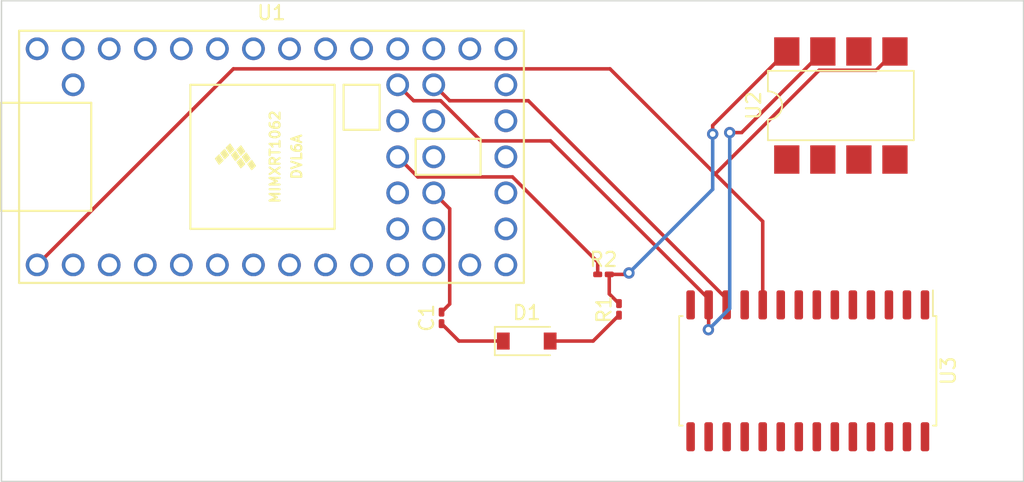
<source format=kicad_pcb>
(kicad_pcb (version 20211014) (generator pcbnew)
  (layers (0 "F.Cu" signal) (31 "B.Cu" signal) (34 "B.Paste" user) (35 "F.Paste" user) (36 "B.SilkS" user "B.Silkscreen") (37 "F.SilkS" user "F.Silkscreen") (38 "B.Mask" user) (39 "F.Mask" user) (44 "Edge.Cuts" user))
  (net 0 "")
  (net 1 "Net-(C1-Pad1)")
  (net 2 "Net-(C1-Pad2)")
  (net 3 "Net-(D1-Pad2)")
  (net 4 "Net-(R2-Pad1)")
  (net 38 "GND")
  (net 39 "Net-(U1-Pad35)")
  (net 40 "Net-(U1-Pad36)")
  (net 62 "+3V3")
  (net 63 "Net-(U2-Pad8)")
  (footprint "Package_SO:SOIC-28W_7.5x17.9mm_P1.27mm" (layer "F.Cu") (at 190.1 117.7 -90)
    (fp_text reference "U3" (at 0 -9.9 90) (layer "F.SilkS"))
    (fp_text value "MCP23017_SO")
    (fp_line (start -3.86 -9.06) (end -3.86 -8.815) (layer "F.SilkS") (width 0.12))
    (fp_line (start 3.86 -9.06) (end 3.86 -8.815) (layer "F.SilkS") (width 0.12))
    (fp_line (start 3.86 9.06) (end 3.86 8.815) (layer "F.SilkS") (width 0.12))
    (fp_line (start 0 -9.06) (end -3.86 -9.06) (layer "F.SilkS") (width 0.12))
    (fp_line (start 0 -9.06) (end 3.86 -9.06) (layer "F.SilkS") (width 0.12))
    (fp_line (start -3.86 9.06) (end -3.86 8.815) (layer "F.SilkS") (width 0.12))
    (fp_line (start 0 9.06) (end 3.86 9.06) (layer "F.SilkS") (width 0.12))
    (fp_line (start -3.86 -8.815) (end -5.675 -8.815) (layer "F.SilkS") (width 0.12))
    (fp_line (start 0 9.06) (end -3.86 9.06) (layer "F.SilkS") (width 0.12))
    (pad "1" smd roundrect (at -4.65 -8.255 270) (size 2.05 0.6) (layers "F.Cu" "F.Paste" "F.Mask"))
    (pad "2" smd roundrect (at -4.65 -6.985 270) (size 2.05 0.6) (layers "F.Cu" "F.Paste" "F.Mask"))
    (pad "3" smd roundrect (at -4.65 -5.715 270) (size 2.05 0.6) (layers "F.Cu" "F.Paste" "F.Mask"))
    (pad "4" smd roundrect (at -4.65 -4.445 270) (size 2.05 0.6) (layers "F.Cu" "F.Paste" "F.Mask"))
    (pad "5" smd roundrect (at -4.65 -3.175 270) (size 2.05 0.6) (layers "F.Cu" "F.Paste" "F.Mask"))
    (pad "6" smd roundrect (at -4.65 -1.905 270) (size 2.05 0.6) (layers "F.Cu" "F.Paste" "F.Mask"))
    (pad "7" smd roundrect (at -4.65 -0.635 270) (size 2.05 0.6) (layers "F.Cu" "F.Paste" "F.Mask"))
    (pad "8" smd roundrect (at -4.65 0.635 270) (size 2.05 0.6) (layers "F.Cu" "F.Paste" "F.Mask"))
    (pad "9" smd roundrect (at -4.65 1.905 270) (size 2.05 0.6) (layers "F.Cu" "F.Paste" "F.Mask") (net 62 "+3V3"))
    (pad "10" smd roundrect (at -4.65 3.175 270) (size 2.05 0.6) (layers "F.Cu" "F.Paste" "F.Mask") (net 38 "GND"))
    (pad "11" smd roundrect (at -4.65 4.445 270) (size 2.05 0.6) (layers "F.Cu" "F.Paste" "F.Mask"))
    (pad "12" smd roundrect (at -4.65 5.715 270) (size 2.05 0.6) (layers "F.Cu" "F.Paste" "F.Mask") (net 39 "Net-(U1-Pad35)"))
    (pad "13" smd roundrect (at -4.65 6.985 270) (size 2.05 0.6) (layers "F.Cu" "F.Paste" "F.Mask") (net 40 "Net-(U1-Pad36)"))
    (pad "14" smd roundrect (at -4.65 8.255 270) (size 2.05 0.6) (layers "F.Cu" "F.Paste" "F.Mask"))
    (pad "15" smd roundrect (at 4.65 8.255 270) (size 2.05 0.6) (layers "F.Cu" "F.Paste" "F.Mask"))
    (pad "16" smd roundrect (at 4.65 6.985 270) (size 2.05 0.6) (layers "F.Cu" "F.Paste" "F.Mask"))
    (pad "17" smd roundrect (at 4.65 5.715 270) (size 2.05 0.6) (layers "F.Cu" "F.Paste" "F.Mask"))
    (pad "18" smd roundrect (at 4.65 4.445 270) (size 2.05 0.6) (layers "F.Cu" "F.Paste" "F.Mask"))
    (pad "19" smd roundrect (at 4.65 3.175 270) (size 2.05 0.6) (layers "F.Cu" "F.Paste" "F.Mask"))
    (pad "20" smd roundrect (at 4.65 1.905 270) (size 2.05 0.6) (layers "F.Cu" "F.Paste" "F.Mask"))
    (pad "21" smd roundrect (at 4.65 0.635 270) (size 2.05 0.6) (layers "F.Cu" "F.Paste" "F.Mask"))
    (pad "22" smd roundrect (at 4.65 -0.635 270) (size 2.05 0.6) (layers "F.Cu" "F.Paste" "F.Mask"))
    (pad "23" smd roundrect (at 4.65 -1.905 270) (size 2.05 0.6) (layers "F.Cu" "F.Paste" "F.Mask"))
    (pad "24" smd roundrect (at 4.65 -3.175 270) (size 2.05 0.6) (layers "F.Cu" "F.Paste" "F.Mask"))
    (pad "25" smd roundrect (at 4.65 -4.445 270) (size 2.05 0.6) (layers "F.Cu" "F.Paste" "F.Mask"))
    (pad "26" smd roundrect (at 4.65 -5.715 270) (size 2.05 0.6) (layers "F.Cu" "F.Paste" "F.Mask"))
    (pad "27" smd roundrect (at 4.65 -6.985 270) (size 2.05 0.6) (layers "F.Cu" "F.Paste" "F.Mask"))
    (pad "28" smd roundrect (at 4.65 -8.255 270) (size 2.05 0.6) (layers "F.Cu" "F.Paste" "F.Mask"))
  )
  (footprint "teensy:Teensy40" (layer "F.Cu") (at 152.32 102.61)
    (fp_text reference "U1" (at 0 -10.16) (layer "F.SilkS"))
    (fp_text value "Teensy4.0")
    (fp_text user "DVL6A" (at 1.778 0 90) (layer "F.SilkS") (effects (font (size 0.7 0.7))))
    (fp_text user "MIMXRT1062" (at 0.254 0 90) (layer "F.SilkS") (effects (font (size 0.7 0.7))))
    (fp_line (start -12.7 3.81) (end -17.78 3.81) (layer "F.SilkS") (width 0.15))
    (fp_line (start 4.445 -5.08) (end -5.715 -5.08) (layer "F.SilkS") (width 0.15))
    (fp_line (start 14.732 1.27) (end 10.16 1.27) (layer "F.SilkS") (width 0.15))
    (fp_line (start 7.62 -1.905) (end 5.08 -1.905) (layer "F.SilkS") (width 0.15))
    (fp_line (start -17.78 8.89) (end -17.78 -8.89) (layer "F.SilkS") (width 0.15))
    (fp_line (start 7.62 -5.08) (end 7.62 -1.905) (layer "F.SilkS") (width 0.15))
    (fp_line (start -5.715 -5.08) (end -5.715 5.08) (layer "F.SilkS") (width 0.15))
    (fp_line (start 10.16 1.27) (end 10.16 -1.27) (layer "F.SilkS") (width 0.15))
    (fp_line (start -19.05 3.81) (end -19.05 -3.81) (layer "F.SilkS") (width 0.15))
    (fp_line (start 5.08 -1.905) (end 5.08 -5.08) (layer "F.SilkS") (width 0.15))
    (fp_line (start 17.78 -8.89) (end 17.78 8.89) (layer "F.SilkS") (width 0.15))
    (fp_line (start 4.445 5.08) (end 4.445 -5.08) (layer "F.SilkS") (width 0.15))
    (fp_line (start 4.445 5.08) (end -5.715 5.08) (layer "F.SilkS") (width 0.15))
    (fp_line (start -17.78 -8.89) (end 17.78 -8.89) (layer "F.SilkS") (width 0.15))
    (fp_line (start -17.78 3.81) (end -19.05 3.81) (layer "F.SilkS") (width 0.15))
    (fp_line (start 17.78 8.89) (end -17.78 8.89) (layer "F.SilkS") (width 0.15))
    (fp_line (start 10.16 -1.27) (end 14.732 -1.27) (layer "F.SilkS") (width 0.15))
    (fp_line (start -12.7 -3.81) (end -17.78 -3.81) (layer "F.SilkS") (width 0.15))
    (fp_line (start 5.08 -5.08) (end 7.62 -5.08) (layer "F.SilkS") (width 0.15))
    (fp_line (start -12.7 3.81) (end -12.7 -3.81) (layer "F.SilkS") (width 0.15))
    (fp_line (start -19.05 -3.81) (end -17.78 -3.81) (layer "F.SilkS") (width 0.15))
    (fp_line (start 14.732 -1.27) (end 14.732 1.27) (layer "F.SilkS") (width 0.15))
    (fp_poly (pts (xy -1.651 0.508) (xy -1.397 0.254) (xy -1.143 0.635) (xy -1.397 0.889)) (layer "F.SilkS") (width 0.1) (fill solid))
    (fp_poly (pts (xy -3.175 -0.635) (xy -2.921 -0.889) (xy -2.667 -0.508) (xy -2.921 -0.254)) (layer "F.SilkS") (width 0.1) (fill solid))
    (fp_poly (pts (xy -2.032 0) (xy -1.778 -0.254) (xy -1.524 0.127) (xy -1.778 0.381)) (layer "F.SilkS") (width 0.1) (fill solid))
    (fp_poly (pts (xy -3.937 0.127) (xy -3.683 -0.127) (xy -3.429 0.254) (xy -3.683 0.508)) (layer "F.SilkS") (width 0.1) (fill solid))
    (fp_poly (pts (xy -2.794 -0.127) (xy -2.54 -0.381) (xy -2.286 0) (xy -2.54 0.254)) (layer "F.SilkS") (width 0.1) (fill solid))
    (fp_poly (pts (xy -2.413 -0.508) (xy -2.159 -0.762) (xy -1.905 -0.381) (xy -2.159 -0.127)) (layer "F.SilkS") (width 0.1) (fill solid))
    (fp_poly (pts (xy -2.413 0.381) (xy -2.159 0.127) (xy -1.905 0.508) (xy -2.159 0.762)) (layer "F.SilkS") (width 0.1) (fill solid))
    (fp_poly (pts (xy -3.556 -0.254) (xy -3.302 -0.508) (xy -3.048 -0.127) (xy -3.302 0.127)) (layer "F.SilkS") (width 0.1) (fill solid))
    (pad "1" thru_hole circle locked (at -16.51 7.62) (size 1.6 1.6) (drill 1.1) (layers *.Cu *.Mask) (net 38 "GND"))
    (pad "2" thru_hole circle locked (at -13.97 7.62) (size 1.6 1.6) (drill 1.1) (layers *.Cu *.Mask))
    (pad "3" thru_hole circle locked (at -11.43 7.62) (size 1.6 1.6) (drill 1.1) (layers *.Cu *.Mask))
    (pad "4" thru_hole circle locked (at -8.89 7.62) (size 1.6 1.6) (drill 1.1) (layers *.Cu *.Mask))
    (pad "5" thru_hole circle locked (at -6.35 7.62) (size 1.6 1.6) (drill 1.1) (layers *.Cu *.Mask))
    (pad "6" thru_hole circle locked (at -3.81 7.62) (size 1.6 1.6) (drill 1.1) (layers *.Cu *.Mask))
    (pad "7" thru_hole circle locked (at -1.27 7.62) (size 1.6 1.6) (drill 1.1) (layers *.Cu *.Mask))
    (pad "8" thru_hole circle locked (at 1.27 7.62) (size 1.6 1.6) (drill 1.1) (layers *.Cu *.Mask))
    (pad "9" thru_hole circle locked (at 3.81 7.62) (size 1.6 1.6) (drill 1.1) (layers *.Cu *.Mask))
    (pad "10" thru_hole circle locked (at 6.35 7.62) (size 1.6 1.6) (drill 1.1) (layers *.Cu *.Mask))
    (pad "11" thru_hole circle locked (at 8.89 7.62) (size 1.6 1.6) (drill 1.1) (layers *.Cu *.Mask))
    (pad "12" thru_hole circle locked (at 11.43 7.62) (size 1.6 1.6) (drill 1.1) (layers *.Cu *.Mask))
    (pad "13" thru_hole circle locked (at 13.97 7.62) (size 1.6 1.6) (drill 1.1) (layers *.Cu *.Mask))
    (pad "14" thru_hole circle locked (at 16.51 7.62) (size 1.6 1.6) (drill 1.1) (layers *.Cu *.Mask))
    (pad "15" thru_hole circle locked (at 16.51 5.08) (size 1.6 1.6) (drill 1.1) (layers *.Cu *.Mask))
    (pad "16" thru_hole circle locked (at 16.51 2.54) (size 1.6 1.6) (drill 1.1) (layers *.Cu *.Mask))
    (pad "17" thru_hole circle locked (at 16.51 0) (size 1.6 1.6) (drill 1.1) (layers *.Cu *.Mask))
    (pad "18" thru_hole circle locked (at 16.51 -2.54) (size 1.6 1.6) (drill 1.1) (layers *.Cu *.Mask))
    (pad "19" thru_hole circle locked (at 16.51 -5.08) (size 1.6 1.6) (drill 1.1) (layers *.Cu *.Mask))
    (pad "20" thru_hole circle locked (at 16.51 -7.62) (size 1.6 1.6) (drill 1.1) (layers *.Cu *.Mask))
    (pad "21" thru_hole circle locked (at 13.97 -7.62) (size 1.6 1.6) (drill 1.1) (layers *.Cu *.Mask))
    (pad "22" thru_hole circle locked (at 11.43 -7.62) (size 1.6 1.6) (drill 1.1) (layers *.Cu *.Mask))
    (pad "23" thru_hole circle locked (at 8.89 -7.62) (size 1.6 1.6) (drill 1.1) (layers *.Cu *.Mask))
    (pad "24" thru_hole circle locked (at 6.35 -7.62) (size 1.6 1.6) (drill 1.1) (layers *.Cu *.Mask))
    (pad "25" thru_hole circle locked (at 3.81 -7.62) (size 1.6 1.6) (drill 1.1) (layers *.Cu *.Mask))
    (pad "26" thru_hole circle locked (at 1.27 -7.62) (size 1.6 1.6) (drill 1.1) (layers *.Cu *.Mask))
    (pad "27" thru_hole circle locked (at -1.27 -7.62) (size 1.6 1.6) (drill 1.1) (layers *.Cu *.Mask))
    (pad "28" thru_hole circle locked (at -3.81 -7.62) (size 1.6 1.6) (drill 1.1) (layers *.Cu *.Mask))
    (pad "29" thru_hole circle locked (at -6.35 -7.62) (size 1.6 1.6) (drill 1.1) (layers *.Cu *.Mask))
    (pad "30" thru_hole circle locked (at -8.89 -7.62) (size 1.6 1.6) (drill 1.1) (layers *.Cu *.Mask))
    (pad "31" thru_hole circle locked (at -11.43 -7.62) (size 1.6 1.6) (drill 1.1) (layers *.Cu *.Mask))
    (pad "32" thru_hole circle locked (at -13.97 -7.62) (size 1.6 1.6) (drill 1.1) (layers *.Cu *.Mask))
    (pad "33" thru_hole circle locked (at -16.51 -7.62) (size 1.6 1.6) (drill 1.1) (layers *.Cu *.Mask))
    (pad "34" thru_hole circle locked (at -13.97 -5.08) (size 1.6 1.6) (drill 1.1) (layers *.Cu *.Mask))
    (pad "35" thru_hole circle locked (at 11.43 -5.08) (size 1.6 1.6) (drill 1.1) (layers *.Cu *.Mask) (net 39 "Net-(U1-Pad35)"))
    (pad "36" thru_hole circle locked (at 8.89 -5.08) (size 1.6 1.6) (drill 1.1) (layers *.Cu *.Mask) (net 40 "Net-(U1-Pad36)"))
    (pad "37" thru_hole circle locked (at 11.43 -2.54) (size 1.6 1.6) (drill 1.1) (layers *.Cu *.Mask))
    (pad "38" thru_hole circle locked (at 8.89 -2.54) (size 1.6 1.6) (drill 1.1) (layers *.Cu *.Mask))
    (pad "39" thru_hole circle locked (at 11.43 0) (size 1.6 1.6) (drill 1.1) (layers *.Cu *.Mask))
    (pad "40" thru_hole circle locked (at 8.89 0) (size 1.6 1.6) (drill 1.1) (layers *.Cu *.Mask) (net 4 "Net-(R2-Pad1)"))
    (pad "41" thru_hole circle locked (at 11.43 2.54) (size 1.6 1.6) (drill 1.1) (layers *.Cu *.Mask) (net 2 "Net-(C1-Pad2)"))
    (pad "42" thru_hole circle locked (at 8.89 2.54) (size 1.6 1.6) (drill 1.1) (layers *.Cu *.Mask))
    (pad "43" thru_hole circle locked (at 11.43 5.08) (size 1.6 1.6) (drill 1.1) (layers *.Cu *.Mask))
    (pad "44" thru_hole circle locked (at 8.89 5.08) (size 1.6 1.6) (drill 1.1) (layers *.Cu *.Mask))
  )
  (footprint "Capacitor_SMD:C_0201_0603Metric_Pad0.64x0.40mm_HandSolder" (layer "F.Cu") (at 164.3 113.9675 90)
    (fp_text reference "C1" (at 0 -1.05 90) (layer "F.SilkS"))
    (fp_text value "0.1uF")
    (pad "1" smd roundrect (at -0.4075 0 90) (size 0.635 0.4) (layers "F.Cu" "F.Mask") (net 1 "Net-(C1-Pad1)"))
    (pad "2" smd roundrect (at 0.4075 0 90) (size 0.635 0.4) (layers "F.Cu" "F.Mask") (net 2 "Net-(C1-Pad2)"))
  )
  (footprint "Diode_SMD:D_SOD-123" (layer "F.Cu") (at 170.3 115.6)
    (fp_text reference "D1" (at 0 -2) (layer "F.SilkS"))
    (fp_text value "1N4148")
    (fp_line (start -2.25 1) (end 1.65 1) (layer "F.SilkS") (width 0.12))
    (fp_line (start -2.25 -1) (end 1.65 -1) (layer "F.SilkS") (width 0.12))
    (fp_line (start -2.25 -1) (end -2.25 1) (layer "F.SilkS") (width 0.12))
    (pad "1" smd rect (at -1.65 0) (size 0.9 1.2) (layers "F.Cu" "F.Paste" "F.Mask") (net 1 "Net-(C1-Pad1)"))
    (pad "2" smd rect (at 1.65 0) (size 0.9 1.2) (layers "F.Cu" "F.Paste" "F.Mask") (net 3 "Net-(D1-Pad2)"))
  )
  (footprint "Resistor_SMD:R_0201_0603Metric_Pad0.64x0.40mm_HandSolder" (layer "F.Cu") (at 176.8 113.3675 90)
    (fp_text reference "R1" (at 0 -1.05 90) (layer "F.SilkS"))
    (fp_text value "100")
    (pad "1" smd roundrect (at -0.4075 0 90) (size 0.635 0.4) (layers "F.Cu" "F.Mask") (net 3 "Net-(D1-Pad2)"))
    (pad "2" smd roundrect (at 0.4075 0 90) (size 0.635 0.4) (layers "F.Cu" "F.Mask") (net 63 "Net-(U2-Pad8)"))
  )
  (footprint "Package_DIP:SMDIP-8_W7.62mm" (layer "F.Cu") (at 192.43 98.99 90)
    (fp_text reference "U2" (at 0 -6.14 90) (layer "F.SilkS"))
    (fp_text value "6N138")
    (fp_line (start -1 -5.14) (end -2.45 -5.14) (layer "F.SilkS") (width 0.12))
    (fp_line (start 2.45 -5.14) (end 1 -5.14) (layer "F.SilkS") (width 0.12))
    (fp_line (start -2.45 5.14) (end 2.45 5.14) (layer "F.SilkS") (width 0.12))
    (fp_line (start -2.45 -5.14) (end -2.45 5.14) (layer "F.SilkS") (width 0.12))
    (fp_line (start 2.45 5.14) (end 2.45 -5.14) (layer "F.SilkS") (width 0.12))
    (fp_arc (start 1 -5.14) (mid 0 -4.14) (end -1 -5.14) (layer "F.SilkS") (width 0.12))
    (pad "1" smd rect (at -3.81 -3.81 90) (size 2 1.78) (layers "F.Cu" "F.Paste" "F.Mask"))
    (pad "2" smd rect (at -3.81 -1.27 90) (size 2 1.78) (layers "F.Cu" "F.Paste" "F.Mask"))
    (pad "3" smd rect (at -3.81 1.27 90) (size 2 1.78) (layers "F.Cu" "F.Paste" "F.Mask"))
    (pad "4" smd rect (at -3.81 3.81 90) (size 2 1.78) (layers "F.Cu" "F.Paste" "F.Mask"))
    (pad "5" smd rect (at 3.81 3.81 90) (size 2 1.78) (layers "F.Cu" "F.Paste" "F.Mask") (net 38 "GND"))
    (pad "6" smd rect (at 3.81 1.27 90) (size 2 1.78) (layers "F.Cu" "F.Paste" "F.Mask"))
    (pad "7" smd rect (at 3.81 -1.27 90) (size 2 1.78) (layers "F.Cu" "F.Paste" "F.Mask") (net 40 "Net-(U1-Pad36)"))
    (pad "8" smd rect (at 3.81 -3.81 90) (size 2 1.78) (layers "F.Cu" "F.Paste" "F.Mask") (net 63 "Net-(U2-Pad8)"))
  )
  (footprint "Resistor_SMD:R_0201_0603Metric_Pad0.64x0.40mm_HandSolder" (layer "F.Cu") (at 175.7075 110.9)
    (fp_text reference "R2" (at 0 -1.05) (layer "F.SilkS"))
    (fp_text value "47")
    (pad "1" smd roundrect (at -0.4075 0) (size 0.635 0.4) (layers "F.Cu" "F.Mask") (net 4 "Net-(R2-Pad1)"))
    (pad "2" smd roundrect (at 0.4075 0) (size 0.635 0.4) (layers "F.Cu" "F.Mask") (net 63 "Net-(U2-Pad8)"))
  )
  (gr_rect (start 205.3 125.5) (end 133.3 91.6) (layer "Edge.Cuts") (width 0.1) (fill none))
  (segment (start 165.525 115.6) (end 168.65 115.6) (width 0.25) (layer "F.Cu") (net 1))
  (segment (start 164.3 114.375) (end 165.525 115.6) (width 0.25) (layer "F.Cu") (net 1))
  (segment (start 164.874511 112.985489) (end 164.874511 106.274511) (width 0.25) (layer "F.Cu") (net 2))
  (segment (start 164.3 113.56) (end 164.874511 112.985489) (width 0.25) (layer "F.Cu") (net 2))
  (segment (start 164.874511 106.274511) (end 163.75 105.15) (width 0.25) (layer "F.Cu") (net 2))
  (segment (start 174.975 115.6) (end 171.95 115.6) (width 0.25) (layer "F.Cu") (net 3))
  (segment (start 176.8 113.775) (end 174.975 115.6) (width 0.25) (layer "F.Cu") (net 3))
  (segment (start 175.3 110.0297) (end 175.3 110.9) (width 0.25) (layer "F.Cu") (net 4))
  (segment (start 169.295789 104.025489) (end 175.3 110.0297) (width 0.25) (layer "F.Cu") (net 4))
  (segment (start 162.625489 104.025489) (end 169.295789 104.025489) (width 0.25) (layer "F.Cu") (net 4))
  (segment (start 161.21 102.61) (end 162.625489 104.025489) (width 0.25) (layer "F.Cu") (net 4))
  (segment (start 149.634511 96.405489) (end 176.165489 96.405489) (width 0.25) (layer "F.Cu") (net 38))
  (segment (start 176.165489 96.405489) (end 183.28 103.52) (width 0.25) (layer "F.Cu") (net 38))
  (segment (start 183.28 103.52) (end 183.58 103.82) (width 0.25) (layer "F.Cu") (net 38))
  (segment (start 190.895489 96.504511) (end 183.58 103.82) (width 0.25) (layer "F.Cu") (net 38))
  (segment (start 186.925 107.165) (end 186.925 113.05) (width 0.25) (layer "F.Cu") (net 38))
  (segment (start 196.24 95.18) (end 194.915489 96.504511) (width 0.25) (layer "F.Cu") (net 38))
  (segment (start 194.915489 96.504511) (end 190.895489 96.504511) (width 0.25) (layer "F.Cu") (net 38))
  (segment (start 183.58 103.82) (end 186.925 107.165) (width 0.25) (layer "F.Cu") (net 38))
  (segment (start 135.81 110.23) (end 149.634511 96.405489) (width 0.25) (layer "F.Cu") (net 38))
  (segment (start 164.874511 98.654511) (end 170.415583 98.654511) (width 0.25) (layer "F.Cu") (net 39))
  (segment (start 163.75 97.53) (end 164.874511 98.654511) (width 0.25) (layer "F.Cu") (net 39))
  (segment (start 170.415583 98.654511) (end 184.385 112.623928) (width 0.25) (layer "F.Cu") (net 39))
  (segment (start 184.385 112.623928) (end 184.385 113.05) (width 0.25) (layer "F.Cu") (net 39))
  (segment (start 171.976561 101.485489) (end 183.115 112.623928) (width 0.25) (layer "F.Cu") (net 40))
  (segment (start 185.44 100.9) (end 184.6 100.9) (width 0.25) (layer "F.Cu") (net 40))
  (segment (start 161.21 97.53) (end 162.334511 98.654511) (width 0.25) (layer "F.Cu") (net 40))
  (segment (start 164.238793 98.654511) (end 167.069771 101.485489) (width 0.25) (layer "F.Cu") (net 40))
  (segment (start 191.16 95.18) (end 185.44 100.9) (width 0.25) (layer "F.Cu") (net 40))
  (segment (start 162.334511 98.654511) (end 164.238793 98.654511) (width 0.25) (layer "F.Cu") (net 40))
  (segment (start 183.115 114.785) (end 183.1 114.8) (width 0.25) (layer "F.Cu") (net 40))
  (segment (start 183.115 112.623928) (end 183.115 113.05) (width 0.25) (layer "F.Cu") (net 40))
  (segment (start 167.069771 101.485489) (end 171.976561 101.485489) (width 0.25) (layer "F.Cu") (net 40))
  (segment (start 183.115 113.05) (end 183.115 114.785) (width 0.25) (layer "F.Cu") (net 40))
  (via (at 184.6 100.9) (size 0.8) (drill 0.4) (layers "F.Cu" "B.Cu") (net 40))
  (via (at 183.1 114.8) (size 0.8) (drill 0.4) (layers "F.Cu" "B.Cu") (net 40))
  (segment (start 184.6 100.9) (end 184.6 113.3) (width 0.25) (layer "B.Cu") (net 40))
  (segment (start 184.6 113.3) (end 183.1 114.8) (width 0.25) (layer "B.Cu") (net 40))
  (segment (start 188.62 95.18) (end 183.4 100.4) (width 0.25) (layer "F.Cu") (net 63))
  (segment (start 176.115 110.9) (end 177.4 110.9) (width 0.25) (layer "F.Cu") (net 63))
  (segment (start 177.4 110.9) (end 177.5 110.8) (width 0.25) (layer "F.Cu") (net 63))
  (segment (start 183.4 100.4) (end 183.4 101) (width 0.25) (layer "F.Cu") (net 63))
  (segment (start 176.115 112.275) (end 176.8 112.96) (width 0.25) (layer "F.Cu") (net 63))
  (segment (start 176.115 110.9) (end 176.115 112.275) (width 0.25) (layer "F.Cu") (net 63))
  (via (at 183.4 101) (size 0.8) (drill 0.4) (layers "F.Cu" "B.Cu") (net 63))
  (via (at 177.5 110.8) (size 0.8) (drill 0.4) (layers "F.Cu" "B.Cu") (net 63))
  (segment (start 183.4 101) (end 183.4 104.9) (width 0.25) (layer "B.Cu") (net 63))
  (segment (start 183.4 104.9) (end 177.5 110.8) (width 0.25) (layer "B.Cu") (net 63))
)
</source>
